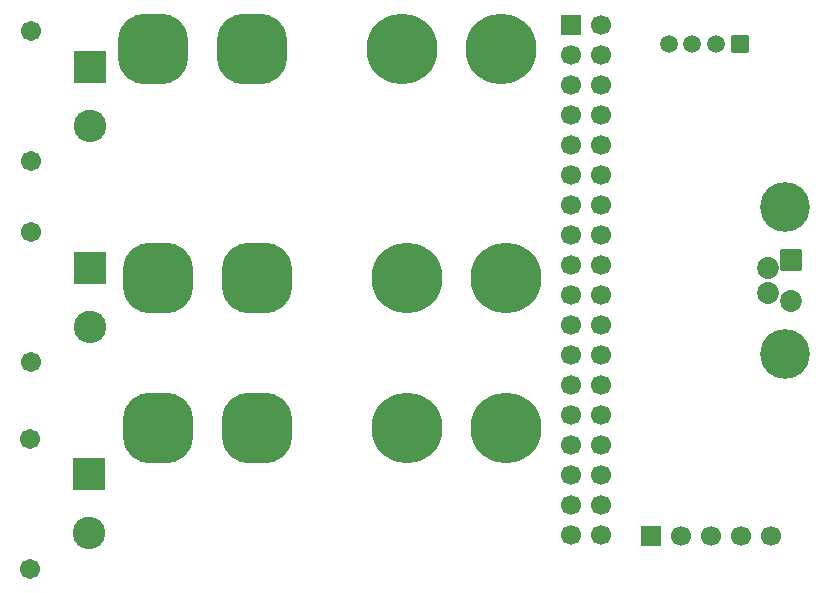
<source format=gbr>
%TF.GenerationSoftware,KiCad,Pcbnew,9.0.4*%
%TF.CreationDate,2025-12-04T18:39:57-05:00*%
%TF.ProjectId,Slipring Board,536c6970-7269-46e6-9720-426f6172642e,rev?*%
%TF.SameCoordinates,Original*%
%TF.FileFunction,Soldermask,Bot*%
%TF.FilePolarity,Negative*%
%FSLAX46Y46*%
G04 Gerber Fmt 4.6, Leading zero omitted, Abs format (unit mm)*
G04 Created by KiCad (PCBNEW 9.0.4) date 2025-12-04 18:39:57*
%MOMM*%
%LPD*%
G01*
G04 APERTURE LIST*
G04 Aperture macros list*
%AMRoundRect*
0 Rectangle with rounded corners*
0 $1 Rounding radius*
0 $2 $3 $4 $5 $6 $7 $8 $9 X,Y pos of 4 corners*
0 Add a 4 corners polygon primitive as box body*
4,1,4,$2,$3,$4,$5,$6,$7,$8,$9,$2,$3,0*
0 Add four circle primitives for the rounded corners*
1,1,$1+$1,$2,$3*
1,1,$1+$1,$4,$5*
1,1,$1+$1,$6,$7*
1,1,$1+$1,$8,$9*
0 Add four rect primitives between the rounded corners*
20,1,$1+$1,$2,$3,$4,$5,0*
20,1,$1+$1,$4,$5,$6,$7,0*
20,1,$1+$1,$6,$7,$8,$9,0*
20,1,$1+$1,$8,$9,$2,$3,0*%
G04 Aperture macros list end*
%ADD10R,1.700000X1.700000*%
%ADD11C,1.700000*%
%ADD12RoundRect,0.102000X1.275000X-1.275000X1.275000X1.275000X-1.275000X1.275000X-1.275000X-1.275000X0*%
%ADD13C,2.754000*%
%ADD14C,1.712000*%
%ADD15RoundRect,0.102000X-0.654000X-0.654000X0.654000X-0.654000X0.654000X0.654000X-0.654000X0.654000X0*%
%ADD16C,1.512000*%
%ADD17RoundRect,0.102000X-0.825000X0.825000X-0.825000X-0.825000X0.825000X-0.825000X0.825000X0.825000X0*%
%ADD18C,1.854000*%
%ADD19C,4.220000*%
%ADD20RoundRect,2.400000X-0.600000X0.600000X-0.600000X-0.600000X0.600000X-0.600000X0.600000X0.600000X0*%
%ADD21RoundRect,2.400000X-0.600000X-0.600000X0.600000X-0.600000X0.600000X0.600000X-0.600000X0.600000X0*%
%ADD22C,6.000000*%
G04 APERTURE END LIST*
D10*
%TO.C,J8*%
X63725000Y-17000000D03*
D11*
X66265000Y-17000000D03*
X63725000Y-19540000D03*
X66265000Y-19540000D03*
X63725000Y-22080000D03*
X66265000Y-22080000D03*
X63725000Y-24620000D03*
X66265000Y-24620000D03*
X63725000Y-27160000D03*
X66265000Y-27160000D03*
X63725000Y-29700000D03*
X66265000Y-29700000D03*
X63725000Y-32240000D03*
X66265000Y-32240000D03*
X63725000Y-34780000D03*
X66265000Y-34780000D03*
X63725000Y-37320000D03*
X66265000Y-37320000D03*
X63725000Y-39860000D03*
X66265000Y-39860000D03*
X63725000Y-42400000D03*
X66265000Y-42400000D03*
X63725000Y-44940000D03*
X66265000Y-44940000D03*
X63725000Y-47480000D03*
X66265000Y-47480000D03*
X63725000Y-50020000D03*
X66265000Y-50020000D03*
X63725000Y-52560000D03*
X66265000Y-52560000D03*
X63725000Y-55100000D03*
X66265000Y-55100000D03*
X63725000Y-57640000D03*
X66265000Y-57640000D03*
X63725000Y-60180000D03*
X66265000Y-60180000D03*
%TD*%
D12*
%TO.C,J2*%
X23000000Y-37500000D03*
D13*
X23000000Y-42500000D03*
D14*
X18000000Y-34500000D03*
X18000000Y-45500000D03*
%TD*%
D15*
%TO.C,J7*%
X78000000Y-18550000D03*
D16*
X76000000Y-18550000D03*
X74000000Y-18550000D03*
X72000000Y-18550000D03*
%TD*%
D12*
%TO.C,J3*%
X22900000Y-55000000D03*
D13*
X22900000Y-60000000D03*
D14*
X17900000Y-52000000D03*
X17900000Y-63000000D03*
%TD*%
D10*
%TO.C,J9*%
X70520000Y-60200000D03*
D11*
X73060000Y-60200000D03*
X75600000Y-60200000D03*
X78140000Y-60200000D03*
X80680000Y-60200000D03*
%TD*%
D12*
%TO.C,J1*%
X23000000Y-20500000D03*
D13*
X23000000Y-25500000D03*
D14*
X18000000Y-17500000D03*
X18000000Y-28500000D03*
%TD*%
D17*
%TO.C,J5*%
X82362500Y-36900000D03*
D18*
X80412500Y-37525000D03*
X82362500Y-40300000D03*
X80412500Y-39675000D03*
D19*
X81862500Y-32350000D03*
X81862500Y-44850000D03*
%TD*%
D20*
%TO.C,F1*%
X28317500Y-19000000D03*
D21*
X36717500Y-19000000D03*
D22*
X49417500Y-19000000D03*
X57817500Y-19000000D03*
%TD*%
D20*
%TO.C,F3*%
X28717500Y-51100000D03*
D21*
X37117500Y-51100000D03*
D22*
X49817500Y-51100000D03*
X58217500Y-51100000D03*
%TD*%
D20*
%TO.C,F2*%
X28717500Y-38400000D03*
D21*
X37117500Y-38400000D03*
D22*
X49817500Y-38400000D03*
X58217500Y-38400000D03*
%TD*%
M02*

</source>
